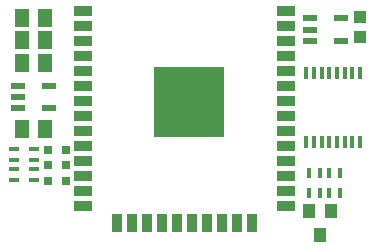
<source format=gbr>
G04 EAGLE Gerber RS-274X export*
G75*
%MOMM*%
%FSLAX34Y34*%
%LPD*%
%INSolderpaste Top*%
%IPPOS*%
%AMOC8*
5,1,8,0,0,1.08239X$1,22.5*%
G01*
%ADD10R,1.240000X1.500000*%
%ADD11R,1.200000X0.550000*%
%ADD12R,0.800000X0.800000*%
%ADD13R,1.500000X0.900000*%
%ADD14R,0.900000X1.500000*%
%ADD15R,6.000000X6.000000*%
%ADD16R,0.304800X0.990600*%
%ADD17R,0.900000X0.450000*%
%ADD18R,1.000000X1.200000*%
%ADD19R,0.450000X0.900000*%
%ADD20R,1.000000X1.075000*%


D10*
X39980Y247650D03*
X20980Y247650D03*
D11*
X17479Y189840D03*
X17479Y180340D03*
X17479Y170840D03*
X43481Y170840D03*
X43481Y189840D03*
D10*
X20980Y153670D03*
X39980Y153670D03*
D12*
X43300Y123190D03*
X58300Y123190D03*
D13*
X72750Y253200D03*
X72750Y240500D03*
X72750Y227800D03*
X72750Y215100D03*
X72750Y202400D03*
X72750Y189700D03*
X72750Y177000D03*
X72750Y164300D03*
X72750Y151600D03*
X72750Y138900D03*
X72750Y126200D03*
X72750Y113500D03*
X72750Y100800D03*
X72750Y88100D03*
D14*
X101750Y74200D03*
X114450Y74200D03*
X127150Y74200D03*
X139850Y74200D03*
X152550Y74200D03*
X165250Y74200D03*
X177950Y74200D03*
X190650Y74200D03*
X203350Y74200D03*
X216050Y74200D03*
D13*
X244750Y88100D03*
X244750Y100800D03*
X244750Y113500D03*
X244750Y126200D03*
X244750Y138900D03*
X244750Y151600D03*
X244750Y164300D03*
X244750Y177000D03*
X244750Y189700D03*
X244750Y202400D03*
X244750Y215100D03*
X244750Y227800D03*
X244750Y240500D03*
X244750Y253200D03*
D15*
X162150Y176200D03*
D10*
X39980Y209550D03*
X20980Y209550D03*
X39980Y228600D03*
X20980Y228600D03*
D16*
X261730Y142272D03*
X268230Y142272D03*
X274730Y142272D03*
X281230Y142272D03*
X287730Y142272D03*
X294230Y142272D03*
X300730Y142272D03*
X307230Y142272D03*
X307230Y200628D03*
X300730Y200628D03*
X294230Y200628D03*
X287730Y200628D03*
X281230Y200628D03*
X274730Y200628D03*
X268230Y200628D03*
X261730Y200628D03*
D11*
X265130Y246990D03*
X265130Y237490D03*
X265130Y227990D03*
X291130Y227990D03*
X291130Y246990D03*
D12*
X43300Y135890D03*
X58300Y135890D03*
X43300Y109220D03*
X58300Y109220D03*
D17*
X31360Y136190D03*
X14360Y136190D03*
X31360Y127190D03*
X31360Y119190D03*
X31360Y110190D03*
X14360Y110190D03*
X14360Y127190D03*
X14360Y119190D03*
D18*
X273050Y63660D03*
X263550Y83660D03*
X282550Y83660D03*
D19*
X263860Y116450D03*
X263860Y99450D03*
X272860Y116450D03*
X280860Y116450D03*
X289860Y116450D03*
X289860Y99450D03*
X272860Y99450D03*
X280860Y99450D03*
D20*
X307340Y248530D03*
X307340Y231530D03*
M02*

</source>
